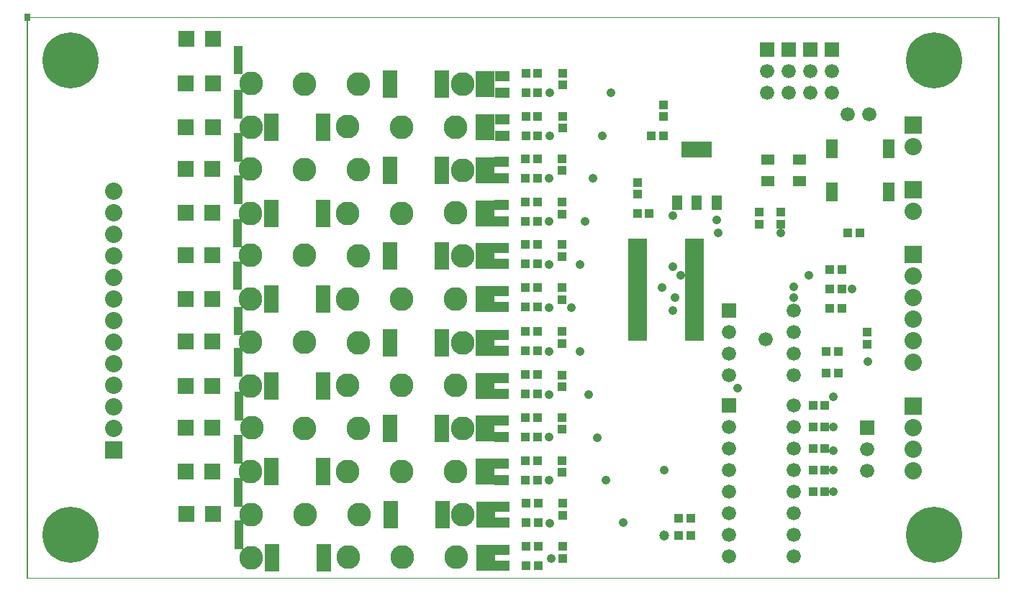
<source format=gts>
G04*
G04 Format:               Gerber RS-274X*
G04 Layer:                TopSolderMask*
G04 This File Name:       bms.gts*
G04 Source File Name:     bms.rrb*
G04 Unique ID:            f0a94124-7116-492a-8d2f-4ebec7e5445f*
G04 Generated Date:       Thursday, 13 March 2014 15:34:31*
G04*
G04 Created Using:        Robot Room Copper Connection v2.5.5143*
G04 Software Contact:     http://www.robotroom.com/CopperConnection/Support.aspx*
G04 License Number:       1402*
G04*
G04 Zero Suppression:     Leading*
G04 Number Precision:     2.4*
G04*
G04 Polarity:             Negative. Dark is solderable. Clear space is coating.*
G04*
%FSLAX24Y24*%
%MOIN*%
%LNTopSolderMask*%
%ADD10C,.041*%
%ADD11C,.047*%
%ADD12C,.066*%
%ADD13C,.08*%
%ADD14C,.11*%
%ADD15C,.26*%
%ADD16R,.006X.006*%
%ADD17R,.066X.066*%
%ADD18R,.08X.08*%
%ADD19R,.03X.036*%
%ADD20R,.04X.04*%
%ADD21R,.04X.065*%
%ADD22R,.05X.07*%
%ADD23R,.055X.09*%
%ADD24R,.063X.049*%
%ADD25R,.069X.049*%
%ADD26R,.069X.128*%
%ADD27R,.074X.074*%
%ADD28R,.09X.02*%
%ADD29R,.091X.124*%
%ADD30R,.14X.075*%
D10*
G01X26800Y4540D03*
X27600Y2570D03*
X24200Y2560D03*
X24250Y930D03*
X26400Y6530D03*
X26000Y8510D03*
X25600Y10520D03*
X24170Y4540D03*
Y6540D03*
X25200Y12550D03*
X24170Y8520D03*
Y10520D03*
Y12550D03*
X26610Y20510D03*
X24170Y14550D03*
X25600D03*
X27010Y22510D03*
X24170Y16550D03*
Y18550D03*
X26200D03*
X24180Y20510D03*
Y22510D03*
X25810Y16550D03*
X29900Y14450D03*
Y16800D03*
X29400Y13470D03*
X31910Y16600D03*
X35500Y13500D03*
Y13000D03*
X30250Y14060D03*
X32000Y16000D03*
X34900D03*
X30000Y13000D03*
X38910Y10050D03*
X29900Y12400D03*
X29480Y5000D03*
X32900Y8800D03*
X37320Y5000D03*
Y4000D03*
Y5900D03*
Y7000D03*
Y8400D03*
X38200Y13400D03*
X36200Y14060D03*
D11*
X29490Y1980D03*
D12*
X37250Y22500D03*
X32500Y7000D03*
X37250Y23500D03*
X32500Y6000D03*
Y5000D03*
Y4000D03*
Y3000D03*
Y2000D03*
Y1000D03*
X35500D03*
Y2000D03*
Y3000D03*
Y4000D03*
Y5000D03*
Y6000D03*
Y7000D03*
Y8000D03*
X35250Y22500D03*
Y23500D03*
X34250Y22500D03*
Y23500D03*
X32500Y11400D03*
Y10400D03*
Y9400D03*
X35500D03*
Y10400D03*
Y11400D03*
Y12400D03*
X38000Y21500D03*
X39000D03*
X38890Y4990D03*
Y5990D03*
X34200Y11090D03*
X36250Y22500D03*
Y23500D03*
D13*
X4000Y7960D03*
Y8960D03*
Y6960D03*
Y10960D03*
Y9960D03*
Y11960D03*
Y13960D03*
Y12960D03*
Y14960D03*
Y15960D03*
X41010Y13000D03*
Y12000D03*
Y14000D03*
Y10000D03*
X4000Y17960D03*
Y16960D03*
X41010Y11000D03*
Y5990D03*
Y4990D03*
Y6990D03*
Y20000D03*
Y17000D03*
D14*
X10360Y2960D03*
Y960D03*
X20170Y2960D03*
X12850Y2950D03*
X15350Y2960D03*
X14850Y970D03*
X17350D03*
X19850D03*
X10380Y6970D03*
X10330Y4940D03*
X20140Y6940D03*
X12820Y6960D03*
X15320Y6950D03*
X14820Y4960D03*
X17320D03*
X19820Y4950D03*
X10330Y10960D03*
Y8920D03*
X20140Y10920D03*
X12820Y10940D03*
X15320Y10930D03*
X14820Y8950D03*
X17320D03*
X19820Y8940D03*
X10330Y14970D03*
Y12950D03*
X20140Y14950D03*
X12820Y14970D03*
X15320Y14960D03*
X14820Y12950D03*
X17320D03*
X19820D03*
X10330Y18970D03*
Y16930D03*
X20140Y18930D03*
X12820Y18960D03*
X15320Y18950D03*
X14820Y16920D03*
X17320Y16930D03*
X19820Y16940D03*
X10340Y22940D03*
Y20910D03*
X20150Y22910D03*
X12830Y22930D03*
X15330Y22920D03*
X14830Y20940D03*
X17330Y20930D03*
X19830Y20920D03*
D15*
X2000Y24000D03*
X42000D03*
Y2000D03*
X2000D03*
D17*
X32500Y8000D03*
X37250Y24500D03*
X32500Y12400D03*
X35250Y24500D03*
X34250D03*
X38890Y6990D03*
X36250Y24500D03*
D18*
X4000Y5960D03*
X41010Y15000D03*
Y7990D03*
Y21000D03*
Y18000D03*
D19*
X0Y26000D03*
D20*
X23100Y580D03*
X23650D03*
X23100Y2580D03*
X23650D03*
X23100Y3480D03*
X23650D03*
X24800Y2930D03*
Y3480D03*
X23100Y1480D03*
X23650D03*
X24800Y920D03*
Y1470D03*
X29450Y21400D03*
Y21950D03*
X28250Y17800D03*
X30710Y2770D03*
X30160Y1980D03*
X30710D03*
X30160Y2770D03*
X28900Y20500D03*
X29450D03*
X28250Y18350D03*
X23070Y4560D03*
X23620D03*
X23070Y6560D03*
X23620D03*
X23070Y7460D03*
X23620D03*
X24770Y6910D03*
Y7460D03*
X23070Y5460D03*
X23620D03*
X24770Y4900D03*
Y5450D03*
X23070Y8540D03*
X23620D03*
X23070Y10540D03*
X23620D03*
X23070Y11440D03*
X23620D03*
X24770Y10890D03*
Y11440D03*
X23070Y9440D03*
X23620D03*
X24770Y8880D03*
Y9430D03*
X23070Y12570D03*
X23620D03*
X23070Y14570D03*
X23620D03*
X23070Y15470D03*
X23620D03*
X24770Y14920D03*
Y15470D03*
X23070Y13470D03*
X23620D03*
X24770Y12920D03*
Y13470D03*
X23070Y16550D03*
X23620D03*
X23070Y18550D03*
X23620D03*
X23070Y19450D03*
X23620D03*
X24770Y18900D03*
Y19450D03*
X23070Y17450D03*
X23620D03*
X24770Y16890D03*
Y17440D03*
X28250Y16900D03*
X28800D03*
X23080Y20530D03*
X23630D03*
X23080Y22530D03*
X23630D03*
X23080Y23430D03*
X23630D03*
X24780Y22880D03*
Y23430D03*
X23080Y21430D03*
X23630D03*
X24780Y20870D03*
Y21420D03*
X38540Y16000D03*
X37990D03*
X33900Y16980D03*
Y16430D03*
X38880Y11400D03*
X36930Y7000D03*
X37000Y10500D03*
X37550D03*
X38880Y10850D03*
X36380Y7000D03*
X36930Y6000D03*
X36380D03*
X36930Y8000D03*
X37000Y9500D03*
X37550D03*
X36380Y8000D03*
X36930Y5000D03*
X36380D03*
X36930Y4000D03*
X36380D03*
X34900Y16980D03*
X37160Y13400D03*
X37710D03*
X37160Y12500D03*
X37710D03*
X37160Y14300D03*
X37710D03*
X34900Y16430D03*
D21*
X9760Y20300D03*
Y19640D03*
X9730Y16330D03*
Y15670D03*
X9740Y22320D03*
Y21660D03*
X9770Y6320D03*
Y5660D03*
Y4320D03*
X9790Y2350D03*
X9770Y3660D03*
X9790Y1690D03*
X9780Y8320D03*
Y7660D03*
X9750Y12260D03*
Y11600D03*
X9760Y10350D03*
Y9690D03*
Y18350D03*
X9730Y14360D03*
Y13700D03*
X9760Y17690D03*
Y24360D03*
Y23700D03*
D22*
X31000Y17400D03*
X31910D03*
X30090D03*
D23*
X37240Y19900D03*
Y17900D03*
X39890Y19900D03*
Y17900D03*
D24*
X34300Y19400D03*
Y18400D03*
X35770Y19400D03*
Y18400D03*
D25*
X22000Y580D03*
Y1330D03*
Y2580D03*
Y3330D03*
X21970Y4560D03*
Y5310D03*
Y6560D03*
Y7310D03*
Y8540D03*
Y9290D03*
Y10540D03*
Y11290D03*
Y12570D03*
Y13320D03*
Y14570D03*
Y15320D03*
Y16550D03*
Y17300D03*
Y18550D03*
Y19300D03*
X21980Y20530D03*
Y21280D03*
Y22530D03*
Y23280D03*
D26*
X13720Y960D03*
X11320D03*
X19220Y2960D03*
X16820D03*
X13690Y4940D03*
X11290D03*
X19190Y6940D03*
X16790D03*
X13690Y8920D03*
X11290D03*
X19190Y10920D03*
X16790D03*
X13690Y12950D03*
X11290D03*
X19190Y14950D03*
X16790D03*
X13690Y16930D03*
X11290D03*
X19190Y18930D03*
X16790D03*
X13700Y20910D03*
X11300D03*
X19200Y22910D03*
X16800D03*
D27*
X7340Y25000D03*
X8590D03*
X7320Y4950D03*
X8570D03*
X7350Y2970D03*
X8600D03*
X7320Y6990D03*
X8570D03*
X7320Y10970D03*
X8570D03*
X7320Y8910D03*
X8570D03*
X7320Y12960D03*
X8570D03*
X7320Y14980D03*
X8570D03*
X7320Y18980D03*
X8570D03*
X7320Y16940D03*
X8570D03*
X7330Y22960D03*
X8580D03*
X7330Y20920D03*
X8580D03*
D28*
X28250Y12690D03*
Y12890D03*
Y13080D03*
Y13280D03*
Y13480D03*
Y13670D03*
Y13870D03*
Y14070D03*
Y14260D03*
Y14460D03*
Y14660D03*
Y14850D03*
Y15050D03*
Y15250D03*
Y15440D03*
Y15640D03*
Y11510D03*
Y11710D03*
Y11900D03*
Y12100D03*
Y12300D03*
Y12490D03*
X30900Y11900D03*
Y12100D03*
Y12290D03*
Y12490D03*
Y12690D03*
Y12880D03*
Y13080D03*
Y13280D03*
Y13470D03*
Y13670D03*
Y13870D03*
Y14060D03*
Y14260D03*
Y14460D03*
Y14650D03*
Y14850D03*
X28250Y11310D03*
Y11120D03*
X30900D03*
Y11310D03*
Y11510D03*
Y11700D03*
Y15050D03*
Y15250D03*
Y15440D03*
Y15640D03*
D29*
X21210Y960D03*
Y2960D03*
X21180Y4940D03*
Y6940D03*
Y8920D03*
Y10920D03*
Y12950D03*
Y14950D03*
Y16930D03*
Y18930D03*
X21190Y20910D03*
Y22910D03*
D30*
X31000Y19880D03*
D16*
X0Y26000D02*
X45000D01*
Y0D01*
X0D01*
Y26000D01*
M02*

</source>
